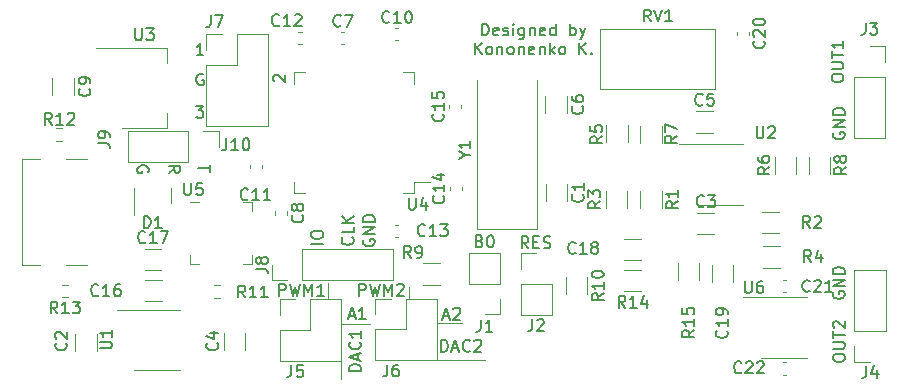
<source format=gbr>
G04 #@! TF.GenerationSoftware,KiCad,Pcbnew,(6.0.0)*
G04 #@! TF.CreationDate,2023-01-21T18:13:16+03:00*
G04 #@! TF.ProjectId,im_converter,696d5f63-6f6e-4766-9572-7465722e6b69,rev?*
G04 #@! TF.SameCoordinates,Original*
G04 #@! TF.FileFunction,Legend,Top*
G04 #@! TF.FilePolarity,Positive*
%FSLAX46Y46*%
G04 Gerber Fmt 4.6, Leading zero omitted, Abs format (unit mm)*
G04 Created by KiCad (PCBNEW (6.0.0)) date 2023-01-21 18:13:16*
%MOMM*%
%LPD*%
G01*
G04 APERTURE LIST*
%ADD10C,0.120000*%
%ADD11C,0.150000*%
G04 APERTURE END LIST*
D10*
X141860000Y-154090000D02*
X141860000Y-155670000D01*
X149990000Y-150910000D02*
X152130000Y-150910000D01*
X141875000Y-151050000D02*
X144350000Y-151050000D01*
X141870000Y-154100000D02*
X141860000Y-154090000D01*
X140770000Y-148920000D02*
X140770000Y-147530000D01*
X147660000Y-148860000D02*
X147660000Y-147880000D01*
X149990000Y-154060000D02*
X154070000Y-154060000D01*
D11*
X140352380Y-144203809D02*
X139352380Y-144203809D01*
X139352380Y-143537142D02*
X139352380Y-143346666D01*
X139400000Y-143251428D01*
X139495238Y-143156190D01*
X139685714Y-143108571D01*
X140019047Y-143108571D01*
X140209523Y-143156190D01*
X140304761Y-143251428D01*
X140352380Y-143346666D01*
X140352380Y-143537142D01*
X140304761Y-143632380D01*
X140209523Y-143727619D01*
X140019047Y-143775238D01*
X139685714Y-143775238D01*
X139495238Y-143727619D01*
X139400000Y-143632380D01*
X139352380Y-143537142D01*
X153605238Y-143988571D02*
X153748095Y-144036190D01*
X153795714Y-144083809D01*
X153843333Y-144179047D01*
X153843333Y-144321904D01*
X153795714Y-144417142D01*
X153748095Y-144464761D01*
X153652857Y-144512380D01*
X153271904Y-144512380D01*
X153271904Y-143512380D01*
X153605238Y-143512380D01*
X153700476Y-143560000D01*
X153748095Y-143607619D01*
X153795714Y-143702857D01*
X153795714Y-143798095D01*
X153748095Y-143893333D01*
X153700476Y-143940952D01*
X153605238Y-143988571D01*
X153271904Y-143988571D01*
X154462380Y-143512380D02*
X154557619Y-143512380D01*
X154652857Y-143560000D01*
X154700476Y-143607619D01*
X154748095Y-143702857D01*
X154795714Y-143893333D01*
X154795714Y-144131428D01*
X154748095Y-144321904D01*
X154700476Y-144417142D01*
X154652857Y-144464761D01*
X154557619Y-144512380D01*
X154462380Y-144512380D01*
X154367142Y-144464761D01*
X154319523Y-144417142D01*
X154271904Y-144321904D01*
X154224285Y-144131428D01*
X154224285Y-143893333D01*
X154271904Y-143702857D01*
X154319523Y-143607619D01*
X154367142Y-143560000D01*
X154462380Y-143512380D01*
X183402380Y-130266190D02*
X183402380Y-130075714D01*
X183450000Y-129980476D01*
X183545238Y-129885238D01*
X183735714Y-129837619D01*
X184069047Y-129837619D01*
X184259523Y-129885238D01*
X184354761Y-129980476D01*
X184402380Y-130075714D01*
X184402380Y-130266190D01*
X184354761Y-130361428D01*
X184259523Y-130456666D01*
X184069047Y-130504285D01*
X183735714Y-130504285D01*
X183545238Y-130456666D01*
X183450000Y-130361428D01*
X183402380Y-130266190D01*
X183402380Y-129409047D02*
X184211904Y-129409047D01*
X184307142Y-129361428D01*
X184354761Y-129313809D01*
X184402380Y-129218571D01*
X184402380Y-129028095D01*
X184354761Y-128932857D01*
X184307142Y-128885238D01*
X184211904Y-128837619D01*
X183402380Y-128837619D01*
X183402380Y-128504285D02*
X183402380Y-127932857D01*
X184402380Y-128218571D02*
X183402380Y-128218571D01*
X184402380Y-127075714D02*
X184402380Y-127647142D01*
X184402380Y-127361428D02*
X183402380Y-127361428D01*
X183545238Y-127456666D01*
X183640476Y-127551904D01*
X183688095Y-127647142D01*
X150353333Y-153352380D02*
X150353333Y-152352380D01*
X150591428Y-152352380D01*
X150734285Y-152400000D01*
X150829523Y-152495238D01*
X150877142Y-152590476D01*
X150924761Y-152780952D01*
X150924761Y-152923809D01*
X150877142Y-153114285D01*
X150829523Y-153209523D01*
X150734285Y-153304761D01*
X150591428Y-153352380D01*
X150353333Y-153352380D01*
X151305714Y-153066666D02*
X151781904Y-153066666D01*
X151210476Y-153352380D02*
X151543809Y-152352380D01*
X151877142Y-153352380D01*
X152781904Y-153257142D02*
X152734285Y-153304761D01*
X152591428Y-153352380D01*
X152496190Y-153352380D01*
X152353333Y-153304761D01*
X152258095Y-153209523D01*
X152210476Y-153114285D01*
X152162857Y-152923809D01*
X152162857Y-152780952D01*
X152210476Y-152590476D01*
X152258095Y-152495238D01*
X152353333Y-152400000D01*
X152496190Y-152352380D01*
X152591428Y-152352380D01*
X152734285Y-152400000D01*
X152781904Y-152447619D01*
X153162857Y-152447619D02*
X153210476Y-152400000D01*
X153305714Y-152352380D01*
X153543809Y-152352380D01*
X153639047Y-152400000D01*
X153686666Y-152447619D01*
X153734285Y-152542857D01*
X153734285Y-152638095D01*
X153686666Y-152780952D01*
X153115238Y-153352380D01*
X153734285Y-153352380D01*
X130201904Y-129860000D02*
X130106666Y-129812380D01*
X129963809Y-129812380D01*
X129820952Y-129860000D01*
X129725714Y-129955238D01*
X129678095Y-130050476D01*
X129630476Y-130240952D01*
X129630476Y-130383809D01*
X129678095Y-130574285D01*
X129725714Y-130669523D01*
X129820952Y-130764761D01*
X129963809Y-130812380D01*
X130059047Y-130812380D01*
X130201904Y-130764761D01*
X130249523Y-130717142D01*
X130249523Y-130383809D01*
X130059047Y-130383809D01*
X183550000Y-148301904D02*
X183502380Y-148397142D01*
X183502380Y-148540000D01*
X183550000Y-148682857D01*
X183645238Y-148778095D01*
X183740476Y-148825714D01*
X183930952Y-148873333D01*
X184073809Y-148873333D01*
X184264285Y-148825714D01*
X184359523Y-148778095D01*
X184454761Y-148682857D01*
X184502380Y-148540000D01*
X184502380Y-148444761D01*
X184454761Y-148301904D01*
X184407142Y-148254285D01*
X184073809Y-148254285D01*
X184073809Y-148444761D01*
X184502380Y-147825714D02*
X183502380Y-147825714D01*
X184502380Y-147254285D01*
X183502380Y-147254285D01*
X184502380Y-146778095D02*
X183502380Y-146778095D01*
X183502380Y-146540000D01*
X183550000Y-146397142D01*
X183645238Y-146301904D01*
X183740476Y-146254285D01*
X183930952Y-146206666D01*
X184073809Y-146206666D01*
X184264285Y-146254285D01*
X184359523Y-146301904D01*
X184454761Y-146397142D01*
X184502380Y-146540000D01*
X184502380Y-146778095D01*
X150525714Y-150366666D02*
X151001904Y-150366666D01*
X150430476Y-150652380D02*
X150763809Y-149652380D01*
X151097142Y-150652380D01*
X151382857Y-149747619D02*
X151430476Y-149700000D01*
X151525714Y-149652380D01*
X151763809Y-149652380D01*
X151859047Y-149700000D01*
X151906666Y-149747619D01*
X151954285Y-149842857D01*
X151954285Y-149938095D01*
X151906666Y-150080952D01*
X151335238Y-150652380D01*
X151954285Y-150652380D01*
X157730952Y-144602380D02*
X157397619Y-144126190D01*
X157159523Y-144602380D02*
X157159523Y-143602380D01*
X157540476Y-143602380D01*
X157635714Y-143650000D01*
X157683333Y-143697619D01*
X157730952Y-143792857D01*
X157730952Y-143935714D01*
X157683333Y-144030952D01*
X157635714Y-144078571D01*
X157540476Y-144126190D01*
X157159523Y-144126190D01*
X158159523Y-144078571D02*
X158492857Y-144078571D01*
X158635714Y-144602380D02*
X158159523Y-144602380D01*
X158159523Y-143602380D01*
X158635714Y-143602380D01*
X159016666Y-144554761D02*
X159159523Y-144602380D01*
X159397619Y-144602380D01*
X159492857Y-144554761D01*
X159540476Y-144507142D01*
X159588095Y-144411904D01*
X159588095Y-144316666D01*
X159540476Y-144221428D01*
X159492857Y-144173809D01*
X159397619Y-144126190D01*
X159207142Y-144078571D01*
X159111904Y-144030952D01*
X159064285Y-143983333D01*
X159016666Y-143888095D01*
X159016666Y-143792857D01*
X159064285Y-143697619D01*
X159111904Y-143650000D01*
X159207142Y-143602380D01*
X159445238Y-143602380D01*
X159588095Y-143650000D01*
X183560000Y-134801904D02*
X183512380Y-134897142D01*
X183512380Y-135040000D01*
X183560000Y-135182857D01*
X183655238Y-135278095D01*
X183750476Y-135325714D01*
X183940952Y-135373333D01*
X184083809Y-135373333D01*
X184274285Y-135325714D01*
X184369523Y-135278095D01*
X184464761Y-135182857D01*
X184512380Y-135040000D01*
X184512380Y-134944761D01*
X184464761Y-134801904D01*
X184417142Y-134754285D01*
X184083809Y-134754285D01*
X184083809Y-134944761D01*
X184512380Y-134325714D02*
X183512380Y-134325714D01*
X184512380Y-133754285D01*
X183512380Y-133754285D01*
X184512380Y-133278095D02*
X183512380Y-133278095D01*
X183512380Y-133040000D01*
X183560000Y-132897142D01*
X183655238Y-132801904D01*
X183750476Y-132754285D01*
X183940952Y-132706666D01*
X184083809Y-132706666D01*
X184274285Y-132754285D01*
X184369523Y-132801904D01*
X184464761Y-132897142D01*
X184512380Y-133040000D01*
X184512380Y-133278095D01*
X136207619Y-130465714D02*
X136160000Y-130418095D01*
X136112380Y-130322857D01*
X136112380Y-130084761D01*
X136160000Y-129989523D01*
X136207619Y-129941904D01*
X136302857Y-129894285D01*
X136398095Y-129894285D01*
X136540952Y-129941904D01*
X137112380Y-130513333D01*
X137112380Y-129894285D01*
X143770000Y-143871904D02*
X143722380Y-143967142D01*
X143722380Y-144110000D01*
X143770000Y-144252857D01*
X143865238Y-144348095D01*
X143960476Y-144395714D01*
X144150952Y-144443333D01*
X144293809Y-144443333D01*
X144484285Y-144395714D01*
X144579523Y-144348095D01*
X144674761Y-144252857D01*
X144722380Y-144110000D01*
X144722380Y-144014761D01*
X144674761Y-143871904D01*
X144627142Y-143824285D01*
X144293809Y-143824285D01*
X144293809Y-144014761D01*
X144722380Y-143395714D02*
X143722380Y-143395714D01*
X144722380Y-142824285D01*
X143722380Y-142824285D01*
X144722380Y-142348095D02*
X143722380Y-142348095D01*
X143722380Y-142110000D01*
X143770000Y-141967142D01*
X143865238Y-141871904D01*
X143960476Y-141824285D01*
X144150952Y-141776666D01*
X144293809Y-141776666D01*
X144484285Y-141824285D01*
X144579523Y-141871904D01*
X144674761Y-141967142D01*
X144722380Y-142110000D01*
X144722380Y-142348095D01*
X183532380Y-153956190D02*
X183532380Y-153765714D01*
X183580000Y-153670476D01*
X183675238Y-153575238D01*
X183865714Y-153527619D01*
X184199047Y-153527619D01*
X184389523Y-153575238D01*
X184484761Y-153670476D01*
X184532380Y-153765714D01*
X184532380Y-153956190D01*
X184484761Y-154051428D01*
X184389523Y-154146666D01*
X184199047Y-154194285D01*
X183865714Y-154194285D01*
X183675238Y-154146666D01*
X183580000Y-154051428D01*
X183532380Y-153956190D01*
X183532380Y-153099047D02*
X184341904Y-153099047D01*
X184437142Y-153051428D01*
X184484761Y-153003809D01*
X184532380Y-152908571D01*
X184532380Y-152718095D01*
X184484761Y-152622857D01*
X184437142Y-152575238D01*
X184341904Y-152527619D01*
X183532380Y-152527619D01*
X183532380Y-152194285D02*
X183532380Y-151622857D01*
X184532380Y-151908571D02*
X183532380Y-151908571D01*
X183627619Y-151337142D02*
X183580000Y-151289523D01*
X183532380Y-151194285D01*
X183532380Y-150956190D01*
X183580000Y-150860952D01*
X183627619Y-150813333D01*
X183722857Y-150765714D01*
X183818095Y-150765714D01*
X183960952Y-150813333D01*
X184532380Y-151384761D01*
X184532380Y-150765714D01*
X129596666Y-132542380D02*
X130215714Y-132542380D01*
X129882380Y-132923333D01*
X130025238Y-132923333D01*
X130120476Y-132970952D01*
X130168095Y-133018571D01*
X130215714Y-133113809D01*
X130215714Y-133351904D01*
X130168095Y-133447142D01*
X130120476Y-133494761D01*
X130025238Y-133542380D01*
X129739523Y-133542380D01*
X129644285Y-133494761D01*
X129596666Y-133447142D01*
X125560000Y-138161904D02*
X125607619Y-138066666D01*
X125607619Y-137923809D01*
X125560000Y-137780952D01*
X125464761Y-137685714D01*
X125369523Y-137638095D01*
X125179047Y-137590476D01*
X125036190Y-137590476D01*
X124845714Y-137638095D01*
X124750476Y-137685714D01*
X124655238Y-137780952D01*
X124607619Y-137923809D01*
X124607619Y-138019047D01*
X124655238Y-138161904D01*
X124702857Y-138209523D01*
X125036190Y-138209523D01*
X125036190Y-138019047D01*
X143562380Y-154976666D02*
X142562380Y-154976666D01*
X142562380Y-154738571D01*
X142610000Y-154595714D01*
X142705238Y-154500476D01*
X142800476Y-154452857D01*
X142990952Y-154405238D01*
X143133809Y-154405238D01*
X143324285Y-154452857D01*
X143419523Y-154500476D01*
X143514761Y-154595714D01*
X143562380Y-154738571D01*
X143562380Y-154976666D01*
X143276666Y-154024285D02*
X143276666Y-153548095D01*
X143562380Y-154119523D02*
X142562380Y-153786190D01*
X143562380Y-153452857D01*
X143467142Y-152548095D02*
X143514761Y-152595714D01*
X143562380Y-152738571D01*
X143562380Y-152833809D01*
X143514761Y-152976666D01*
X143419523Y-153071904D01*
X143324285Y-153119523D01*
X143133809Y-153167142D01*
X142990952Y-153167142D01*
X142800476Y-153119523D01*
X142705238Y-153071904D01*
X142610000Y-152976666D01*
X142562380Y-152833809D01*
X142562380Y-152738571D01*
X142610000Y-152595714D01*
X142657619Y-152548095D01*
X143562380Y-151595714D02*
X143562380Y-152167142D01*
X143562380Y-151881428D02*
X142562380Y-151881428D01*
X142705238Y-151976666D01*
X142800476Y-152071904D01*
X142848095Y-152167142D01*
X136629047Y-148612380D02*
X136629047Y-147612380D01*
X137010000Y-147612380D01*
X137105238Y-147660000D01*
X137152857Y-147707619D01*
X137200476Y-147802857D01*
X137200476Y-147945714D01*
X137152857Y-148040952D01*
X137105238Y-148088571D01*
X137010000Y-148136190D01*
X136629047Y-148136190D01*
X137533809Y-147612380D02*
X137771904Y-148612380D01*
X137962380Y-147898095D01*
X138152857Y-148612380D01*
X138390952Y-147612380D01*
X138771904Y-148612380D02*
X138771904Y-147612380D01*
X139105238Y-148326666D01*
X139438571Y-147612380D01*
X139438571Y-148612380D01*
X140438571Y-148612380D02*
X139867142Y-148612380D01*
X140152857Y-148612380D02*
X140152857Y-147612380D01*
X140057619Y-147755238D01*
X139962380Y-147850476D01*
X139867142Y-147898095D01*
X127267619Y-138189523D02*
X127743809Y-137856190D01*
X127267619Y-137618095D02*
X128267619Y-137618095D01*
X128267619Y-137999047D01*
X128220000Y-138094285D01*
X128172380Y-138141904D01*
X128077142Y-138189523D01*
X127934285Y-138189523D01*
X127839047Y-138141904D01*
X127791428Y-138094285D01*
X127743809Y-137999047D01*
X127743809Y-137618095D01*
X142535714Y-150306666D02*
X143011904Y-150306666D01*
X142440476Y-150592380D02*
X142773809Y-149592380D01*
X143107142Y-150592380D01*
X143964285Y-150592380D02*
X143392857Y-150592380D01*
X143678571Y-150592380D02*
X143678571Y-149592380D01*
X143583333Y-149735238D01*
X143488095Y-149830476D01*
X143392857Y-149878095D01*
X130747619Y-137544285D02*
X130747619Y-138115714D01*
X129747619Y-137830000D02*
X130747619Y-137830000D01*
X130225714Y-128232380D02*
X129654285Y-128232380D01*
X129940000Y-128232380D02*
X129940000Y-127232380D01*
X129844761Y-127375238D01*
X129749523Y-127470476D01*
X129654285Y-127518095D01*
X153796666Y-126577380D02*
X153796666Y-125577380D01*
X154034761Y-125577380D01*
X154177619Y-125625000D01*
X154272857Y-125720238D01*
X154320476Y-125815476D01*
X154368095Y-126005952D01*
X154368095Y-126148809D01*
X154320476Y-126339285D01*
X154272857Y-126434523D01*
X154177619Y-126529761D01*
X154034761Y-126577380D01*
X153796666Y-126577380D01*
X155177619Y-126529761D02*
X155082380Y-126577380D01*
X154891904Y-126577380D01*
X154796666Y-126529761D01*
X154749047Y-126434523D01*
X154749047Y-126053571D01*
X154796666Y-125958333D01*
X154891904Y-125910714D01*
X155082380Y-125910714D01*
X155177619Y-125958333D01*
X155225238Y-126053571D01*
X155225238Y-126148809D01*
X154749047Y-126244047D01*
X155606190Y-126529761D02*
X155701428Y-126577380D01*
X155891904Y-126577380D01*
X155987142Y-126529761D01*
X156034761Y-126434523D01*
X156034761Y-126386904D01*
X155987142Y-126291666D01*
X155891904Y-126244047D01*
X155749047Y-126244047D01*
X155653809Y-126196428D01*
X155606190Y-126101190D01*
X155606190Y-126053571D01*
X155653809Y-125958333D01*
X155749047Y-125910714D01*
X155891904Y-125910714D01*
X155987142Y-125958333D01*
X156463333Y-126577380D02*
X156463333Y-125910714D01*
X156463333Y-125577380D02*
X156415714Y-125625000D01*
X156463333Y-125672619D01*
X156510952Y-125625000D01*
X156463333Y-125577380D01*
X156463333Y-125672619D01*
X157368095Y-125910714D02*
X157368095Y-126720238D01*
X157320476Y-126815476D01*
X157272857Y-126863095D01*
X157177619Y-126910714D01*
X157034761Y-126910714D01*
X156939523Y-126863095D01*
X157368095Y-126529761D02*
X157272857Y-126577380D01*
X157082380Y-126577380D01*
X156987142Y-126529761D01*
X156939523Y-126482142D01*
X156891904Y-126386904D01*
X156891904Y-126101190D01*
X156939523Y-126005952D01*
X156987142Y-125958333D01*
X157082380Y-125910714D01*
X157272857Y-125910714D01*
X157368095Y-125958333D01*
X157844285Y-125910714D02*
X157844285Y-126577380D01*
X157844285Y-126005952D02*
X157891904Y-125958333D01*
X157987142Y-125910714D01*
X158130000Y-125910714D01*
X158225238Y-125958333D01*
X158272857Y-126053571D01*
X158272857Y-126577380D01*
X159130000Y-126529761D02*
X159034761Y-126577380D01*
X158844285Y-126577380D01*
X158749047Y-126529761D01*
X158701428Y-126434523D01*
X158701428Y-126053571D01*
X158749047Y-125958333D01*
X158844285Y-125910714D01*
X159034761Y-125910714D01*
X159130000Y-125958333D01*
X159177619Y-126053571D01*
X159177619Y-126148809D01*
X158701428Y-126244047D01*
X160034761Y-126577380D02*
X160034761Y-125577380D01*
X160034761Y-126529761D02*
X159939523Y-126577380D01*
X159749047Y-126577380D01*
X159653809Y-126529761D01*
X159606190Y-126482142D01*
X159558571Y-126386904D01*
X159558571Y-126101190D01*
X159606190Y-126005952D01*
X159653809Y-125958333D01*
X159749047Y-125910714D01*
X159939523Y-125910714D01*
X160034761Y-125958333D01*
X161272857Y-126577380D02*
X161272857Y-125577380D01*
X161272857Y-125958333D02*
X161368095Y-125910714D01*
X161558571Y-125910714D01*
X161653809Y-125958333D01*
X161701428Y-126005952D01*
X161749047Y-126101190D01*
X161749047Y-126386904D01*
X161701428Y-126482142D01*
X161653809Y-126529761D01*
X161558571Y-126577380D01*
X161368095Y-126577380D01*
X161272857Y-126529761D01*
X162082380Y-125910714D02*
X162320476Y-126577380D01*
X162558571Y-125910714D02*
X162320476Y-126577380D01*
X162225238Y-126815476D01*
X162177619Y-126863095D01*
X162082380Y-126910714D01*
X153201428Y-128187380D02*
X153201428Y-127187380D01*
X153772857Y-128187380D02*
X153344285Y-127615952D01*
X153772857Y-127187380D02*
X153201428Y-127758809D01*
X154344285Y-128187380D02*
X154249047Y-128139761D01*
X154201428Y-128092142D01*
X154153809Y-127996904D01*
X154153809Y-127711190D01*
X154201428Y-127615952D01*
X154249047Y-127568333D01*
X154344285Y-127520714D01*
X154487142Y-127520714D01*
X154582380Y-127568333D01*
X154630000Y-127615952D01*
X154677619Y-127711190D01*
X154677619Y-127996904D01*
X154630000Y-128092142D01*
X154582380Y-128139761D01*
X154487142Y-128187380D01*
X154344285Y-128187380D01*
X155106190Y-127520714D02*
X155106190Y-128187380D01*
X155106190Y-127615952D02*
X155153809Y-127568333D01*
X155249047Y-127520714D01*
X155391904Y-127520714D01*
X155487142Y-127568333D01*
X155534761Y-127663571D01*
X155534761Y-128187380D01*
X156153809Y-128187380D02*
X156058571Y-128139761D01*
X156010952Y-128092142D01*
X155963333Y-127996904D01*
X155963333Y-127711190D01*
X156010952Y-127615952D01*
X156058571Y-127568333D01*
X156153809Y-127520714D01*
X156296666Y-127520714D01*
X156391904Y-127568333D01*
X156439523Y-127615952D01*
X156487142Y-127711190D01*
X156487142Y-127996904D01*
X156439523Y-128092142D01*
X156391904Y-128139761D01*
X156296666Y-128187380D01*
X156153809Y-128187380D01*
X156915714Y-127520714D02*
X156915714Y-128187380D01*
X156915714Y-127615952D02*
X156963333Y-127568333D01*
X157058571Y-127520714D01*
X157201428Y-127520714D01*
X157296666Y-127568333D01*
X157344285Y-127663571D01*
X157344285Y-128187380D01*
X158201428Y-128139761D02*
X158106190Y-128187380D01*
X157915714Y-128187380D01*
X157820476Y-128139761D01*
X157772857Y-128044523D01*
X157772857Y-127663571D01*
X157820476Y-127568333D01*
X157915714Y-127520714D01*
X158106190Y-127520714D01*
X158201428Y-127568333D01*
X158249047Y-127663571D01*
X158249047Y-127758809D01*
X157772857Y-127854047D01*
X158677619Y-127520714D02*
X158677619Y-128187380D01*
X158677619Y-127615952D02*
X158725238Y-127568333D01*
X158820476Y-127520714D01*
X158963333Y-127520714D01*
X159058571Y-127568333D01*
X159106190Y-127663571D01*
X159106190Y-128187380D01*
X159582380Y-128187380D02*
X159582380Y-127187380D01*
X159677619Y-127806428D02*
X159963333Y-128187380D01*
X159963333Y-127520714D02*
X159582380Y-127901666D01*
X160534761Y-128187380D02*
X160439523Y-128139761D01*
X160391904Y-128092142D01*
X160344285Y-127996904D01*
X160344285Y-127711190D01*
X160391904Y-127615952D01*
X160439523Y-127568333D01*
X160534761Y-127520714D01*
X160677619Y-127520714D01*
X160772857Y-127568333D01*
X160820476Y-127615952D01*
X160868095Y-127711190D01*
X160868095Y-127996904D01*
X160820476Y-128092142D01*
X160772857Y-128139761D01*
X160677619Y-128187380D01*
X160534761Y-128187380D01*
X162058571Y-128187380D02*
X162058571Y-127187380D01*
X162630000Y-128187380D02*
X162201428Y-127615952D01*
X162630000Y-127187380D02*
X162058571Y-127758809D01*
X163058571Y-128092142D02*
X163106190Y-128139761D01*
X163058571Y-128187380D01*
X163010952Y-128139761D01*
X163058571Y-128092142D01*
X163058571Y-128187380D01*
X142837142Y-143685238D02*
X142884761Y-143732857D01*
X142932380Y-143875714D01*
X142932380Y-143970952D01*
X142884761Y-144113809D01*
X142789523Y-144209047D01*
X142694285Y-144256666D01*
X142503809Y-144304285D01*
X142360952Y-144304285D01*
X142170476Y-144256666D01*
X142075238Y-144209047D01*
X141980000Y-144113809D01*
X141932380Y-143970952D01*
X141932380Y-143875714D01*
X141980000Y-143732857D01*
X142027619Y-143685238D01*
X142932380Y-142780476D02*
X142932380Y-143256666D01*
X141932380Y-143256666D01*
X142932380Y-142447142D02*
X141932380Y-142447142D01*
X142932380Y-141875714D02*
X142360952Y-142304285D01*
X141932380Y-141875714D02*
X142503809Y-142447142D01*
X143399047Y-148612380D02*
X143399047Y-147612380D01*
X143780000Y-147612380D01*
X143875238Y-147660000D01*
X143922857Y-147707619D01*
X143970476Y-147802857D01*
X143970476Y-147945714D01*
X143922857Y-148040952D01*
X143875238Y-148088571D01*
X143780000Y-148136190D01*
X143399047Y-148136190D01*
X144303809Y-147612380D02*
X144541904Y-148612380D01*
X144732380Y-147898095D01*
X144922857Y-148612380D01*
X145160952Y-147612380D01*
X145541904Y-148612380D02*
X145541904Y-147612380D01*
X145875238Y-148326666D01*
X146208571Y-147612380D01*
X146208571Y-148612380D01*
X146637142Y-147707619D02*
X146684761Y-147660000D01*
X146780000Y-147612380D01*
X147018095Y-147612380D01*
X147113333Y-147660000D01*
X147160952Y-147707619D01*
X147208571Y-147802857D01*
X147208571Y-147898095D01*
X147160952Y-148040952D01*
X146589523Y-148612380D01*
X147208571Y-148612380D01*
X132160476Y-135302380D02*
X132160476Y-136016666D01*
X132112857Y-136159523D01*
X132017619Y-136254761D01*
X131874761Y-136302380D01*
X131779523Y-136302380D01*
X133160476Y-136302380D02*
X132589047Y-136302380D01*
X132874761Y-136302380D02*
X132874761Y-135302380D01*
X132779523Y-135445238D01*
X132684285Y-135540476D01*
X132589047Y-135588095D01*
X133779523Y-135302380D02*
X133874761Y-135302380D01*
X133970000Y-135350000D01*
X134017619Y-135397619D01*
X134065238Y-135492857D01*
X134112857Y-135683333D01*
X134112857Y-135921428D01*
X134065238Y-136111904D01*
X134017619Y-136207142D01*
X133970000Y-136254761D01*
X133874761Y-136302380D01*
X133779523Y-136302380D01*
X133684285Y-136254761D01*
X133636666Y-136207142D01*
X133589047Y-136111904D01*
X133541428Y-135921428D01*
X133541428Y-135683333D01*
X133589047Y-135492857D01*
X133636666Y-135397619D01*
X133684285Y-135350000D01*
X133779523Y-135302380D01*
X162317142Y-140046666D02*
X162364761Y-140094285D01*
X162412380Y-140237142D01*
X162412380Y-140332380D01*
X162364761Y-140475238D01*
X162269523Y-140570476D01*
X162174285Y-140618095D01*
X161983809Y-140665714D01*
X161840952Y-140665714D01*
X161650476Y-140618095D01*
X161555238Y-140570476D01*
X161460000Y-140475238D01*
X161412380Y-140332380D01*
X161412380Y-140237142D01*
X161460000Y-140094285D01*
X161507619Y-140046666D01*
X162412380Y-139094285D02*
X162412380Y-139665714D01*
X162412380Y-139380000D02*
X161412380Y-139380000D01*
X161555238Y-139475238D01*
X161650476Y-139570476D01*
X161698095Y-139665714D01*
X118557142Y-152626666D02*
X118604761Y-152674285D01*
X118652380Y-152817142D01*
X118652380Y-152912380D01*
X118604761Y-153055238D01*
X118509523Y-153150476D01*
X118414285Y-153198095D01*
X118223809Y-153245714D01*
X118080952Y-153245714D01*
X117890476Y-153198095D01*
X117795238Y-153150476D01*
X117700000Y-153055238D01*
X117652380Y-152912380D01*
X117652380Y-152817142D01*
X117700000Y-152674285D01*
X117747619Y-152626666D01*
X117747619Y-152245714D02*
X117700000Y-152198095D01*
X117652380Y-152102857D01*
X117652380Y-151864761D01*
X117700000Y-151769523D01*
X117747619Y-151721904D01*
X117842857Y-151674285D01*
X117938095Y-151674285D01*
X118080952Y-151721904D01*
X118652380Y-152293333D01*
X118652380Y-151674285D01*
X172593333Y-141027142D02*
X172545714Y-141074761D01*
X172402857Y-141122380D01*
X172307619Y-141122380D01*
X172164761Y-141074761D01*
X172069523Y-140979523D01*
X172021904Y-140884285D01*
X171974285Y-140693809D01*
X171974285Y-140550952D01*
X172021904Y-140360476D01*
X172069523Y-140265238D01*
X172164761Y-140170000D01*
X172307619Y-140122380D01*
X172402857Y-140122380D01*
X172545714Y-140170000D01*
X172593333Y-140217619D01*
X172926666Y-140122380D02*
X173545714Y-140122380D01*
X173212380Y-140503333D01*
X173355238Y-140503333D01*
X173450476Y-140550952D01*
X173498095Y-140598571D01*
X173545714Y-140693809D01*
X173545714Y-140931904D01*
X173498095Y-141027142D01*
X173450476Y-141074761D01*
X173355238Y-141122380D01*
X173069523Y-141122380D01*
X172974285Y-141074761D01*
X172926666Y-141027142D01*
X131377142Y-152636666D02*
X131424761Y-152684285D01*
X131472380Y-152827142D01*
X131472380Y-152922380D01*
X131424761Y-153065238D01*
X131329523Y-153160476D01*
X131234285Y-153208095D01*
X131043809Y-153255714D01*
X130900952Y-153255714D01*
X130710476Y-153208095D01*
X130615238Y-153160476D01*
X130520000Y-153065238D01*
X130472380Y-152922380D01*
X130472380Y-152827142D01*
X130520000Y-152684285D01*
X130567619Y-152636666D01*
X130805714Y-151779523D02*
X131472380Y-151779523D01*
X130424761Y-152017619D02*
X131139047Y-152255714D01*
X131139047Y-151636666D01*
X172490833Y-132427142D02*
X172443214Y-132474761D01*
X172300357Y-132522380D01*
X172205119Y-132522380D01*
X172062261Y-132474761D01*
X171967023Y-132379523D01*
X171919404Y-132284285D01*
X171871785Y-132093809D01*
X171871785Y-131950952D01*
X171919404Y-131760476D01*
X171967023Y-131665238D01*
X172062261Y-131570000D01*
X172205119Y-131522380D01*
X172300357Y-131522380D01*
X172443214Y-131570000D01*
X172490833Y-131617619D01*
X173395595Y-131522380D02*
X172919404Y-131522380D01*
X172871785Y-131998571D01*
X172919404Y-131950952D01*
X173014642Y-131903333D01*
X173252738Y-131903333D01*
X173347976Y-131950952D01*
X173395595Y-131998571D01*
X173443214Y-132093809D01*
X173443214Y-132331904D01*
X173395595Y-132427142D01*
X173347976Y-132474761D01*
X173252738Y-132522380D01*
X173014642Y-132522380D01*
X172919404Y-132474761D01*
X172871785Y-132427142D01*
X162297142Y-132586666D02*
X162344761Y-132634285D01*
X162392380Y-132777142D01*
X162392380Y-132872380D01*
X162344761Y-133015238D01*
X162249523Y-133110476D01*
X162154285Y-133158095D01*
X161963809Y-133205714D01*
X161820952Y-133205714D01*
X161630476Y-133158095D01*
X161535238Y-133110476D01*
X161440000Y-133015238D01*
X161392380Y-132872380D01*
X161392380Y-132777142D01*
X161440000Y-132634285D01*
X161487619Y-132586666D01*
X161392380Y-131729523D02*
X161392380Y-131920000D01*
X161440000Y-132015238D01*
X161487619Y-132062857D01*
X161630476Y-132158095D01*
X161820952Y-132205714D01*
X162201904Y-132205714D01*
X162297142Y-132158095D01*
X162344761Y-132110476D01*
X162392380Y-132015238D01*
X162392380Y-131824761D01*
X162344761Y-131729523D01*
X162297142Y-131681904D01*
X162201904Y-131634285D01*
X161963809Y-131634285D01*
X161868571Y-131681904D01*
X161820952Y-131729523D01*
X161773333Y-131824761D01*
X161773333Y-132015238D01*
X161820952Y-132110476D01*
X161868571Y-132158095D01*
X161963809Y-132205714D01*
X120557142Y-131076666D02*
X120604761Y-131124285D01*
X120652380Y-131267142D01*
X120652380Y-131362380D01*
X120604761Y-131505238D01*
X120509523Y-131600476D01*
X120414285Y-131648095D01*
X120223809Y-131695714D01*
X120080952Y-131695714D01*
X119890476Y-131648095D01*
X119795238Y-131600476D01*
X119700000Y-131505238D01*
X119652380Y-131362380D01*
X119652380Y-131267142D01*
X119700000Y-131124285D01*
X119747619Y-131076666D01*
X120652380Y-130600476D02*
X120652380Y-130410000D01*
X120604761Y-130314761D01*
X120557142Y-130267142D01*
X120414285Y-130171904D01*
X120223809Y-130124285D01*
X119842857Y-130124285D01*
X119747619Y-130171904D01*
X119700000Y-130219523D01*
X119652380Y-130314761D01*
X119652380Y-130505238D01*
X119700000Y-130600476D01*
X119747619Y-130648095D01*
X119842857Y-130695714D01*
X120080952Y-130695714D01*
X120176190Y-130648095D01*
X120223809Y-130600476D01*
X120271428Y-130505238D01*
X120271428Y-130314761D01*
X120223809Y-130219523D01*
X120176190Y-130171904D01*
X120080952Y-130124285D01*
X121317142Y-148557142D02*
X121269523Y-148604761D01*
X121126666Y-148652380D01*
X121031428Y-148652380D01*
X120888571Y-148604761D01*
X120793333Y-148509523D01*
X120745714Y-148414285D01*
X120698095Y-148223809D01*
X120698095Y-148080952D01*
X120745714Y-147890476D01*
X120793333Y-147795238D01*
X120888571Y-147700000D01*
X121031428Y-147652380D01*
X121126666Y-147652380D01*
X121269523Y-147700000D01*
X121317142Y-147747619D01*
X122269523Y-148652380D02*
X121698095Y-148652380D01*
X121983809Y-148652380D02*
X121983809Y-147652380D01*
X121888571Y-147795238D01*
X121793333Y-147890476D01*
X121698095Y-147938095D01*
X123126666Y-147652380D02*
X122936190Y-147652380D01*
X122840952Y-147700000D01*
X122793333Y-147747619D01*
X122698095Y-147890476D01*
X122650476Y-148080952D01*
X122650476Y-148461904D01*
X122698095Y-148557142D01*
X122745714Y-148604761D01*
X122840952Y-148652380D01*
X123031428Y-148652380D01*
X123126666Y-148604761D01*
X123174285Y-148557142D01*
X123221904Y-148461904D01*
X123221904Y-148223809D01*
X123174285Y-148128571D01*
X123126666Y-148080952D01*
X123031428Y-148033333D01*
X122840952Y-148033333D01*
X122745714Y-148080952D01*
X122698095Y-148128571D01*
X122650476Y-148223809D01*
X125309642Y-144067142D02*
X125262023Y-144114761D01*
X125119166Y-144162380D01*
X125023928Y-144162380D01*
X124881071Y-144114761D01*
X124785833Y-144019523D01*
X124738214Y-143924285D01*
X124690595Y-143733809D01*
X124690595Y-143590952D01*
X124738214Y-143400476D01*
X124785833Y-143305238D01*
X124881071Y-143210000D01*
X125023928Y-143162380D01*
X125119166Y-143162380D01*
X125262023Y-143210000D01*
X125309642Y-143257619D01*
X126262023Y-144162380D02*
X125690595Y-144162380D01*
X125976309Y-144162380D02*
X125976309Y-143162380D01*
X125881071Y-143305238D01*
X125785833Y-143400476D01*
X125690595Y-143448095D01*
X126595357Y-143162380D02*
X127262023Y-143162380D01*
X126833452Y-144162380D01*
X161727142Y-144977142D02*
X161679523Y-145024761D01*
X161536666Y-145072380D01*
X161441428Y-145072380D01*
X161298571Y-145024761D01*
X161203333Y-144929523D01*
X161155714Y-144834285D01*
X161108095Y-144643809D01*
X161108095Y-144500952D01*
X161155714Y-144310476D01*
X161203333Y-144215238D01*
X161298571Y-144120000D01*
X161441428Y-144072380D01*
X161536666Y-144072380D01*
X161679523Y-144120000D01*
X161727142Y-144167619D01*
X162679523Y-145072380D02*
X162108095Y-145072380D01*
X162393809Y-145072380D02*
X162393809Y-144072380D01*
X162298571Y-144215238D01*
X162203333Y-144310476D01*
X162108095Y-144358095D01*
X163250952Y-144500952D02*
X163155714Y-144453333D01*
X163108095Y-144405714D01*
X163060476Y-144310476D01*
X163060476Y-144262857D01*
X163108095Y-144167619D01*
X163155714Y-144120000D01*
X163250952Y-144072380D01*
X163441428Y-144072380D01*
X163536666Y-144120000D01*
X163584285Y-144167619D01*
X163631904Y-144262857D01*
X163631904Y-144310476D01*
X163584285Y-144405714D01*
X163536666Y-144453333D01*
X163441428Y-144500952D01*
X163250952Y-144500952D01*
X163155714Y-144548571D01*
X163108095Y-144596190D01*
X163060476Y-144691428D01*
X163060476Y-144881904D01*
X163108095Y-144977142D01*
X163155714Y-145024761D01*
X163250952Y-145072380D01*
X163441428Y-145072380D01*
X163536666Y-145024761D01*
X163584285Y-144977142D01*
X163631904Y-144881904D01*
X163631904Y-144691428D01*
X163584285Y-144596190D01*
X163536666Y-144548571D01*
X163441428Y-144500952D01*
X174517142Y-151582857D02*
X174564761Y-151630476D01*
X174612380Y-151773333D01*
X174612380Y-151868571D01*
X174564761Y-152011428D01*
X174469523Y-152106666D01*
X174374285Y-152154285D01*
X174183809Y-152201904D01*
X174040952Y-152201904D01*
X173850476Y-152154285D01*
X173755238Y-152106666D01*
X173660000Y-152011428D01*
X173612380Y-151868571D01*
X173612380Y-151773333D01*
X173660000Y-151630476D01*
X173707619Y-151582857D01*
X174612380Y-150630476D02*
X174612380Y-151201904D01*
X174612380Y-150916190D02*
X173612380Y-150916190D01*
X173755238Y-151011428D01*
X173850476Y-151106666D01*
X173898095Y-151201904D01*
X174612380Y-150154285D02*
X174612380Y-149963809D01*
X174564761Y-149868571D01*
X174517142Y-149820952D01*
X174374285Y-149725714D01*
X174183809Y-149678095D01*
X173802857Y-149678095D01*
X173707619Y-149725714D01*
X173660000Y-149773333D01*
X173612380Y-149868571D01*
X173612380Y-150059047D01*
X173660000Y-150154285D01*
X173707619Y-150201904D01*
X173802857Y-150249523D01*
X174040952Y-150249523D01*
X174136190Y-150201904D01*
X174183809Y-150154285D01*
X174231428Y-150059047D01*
X174231428Y-149868571D01*
X174183809Y-149773333D01*
X174136190Y-149725714D01*
X174040952Y-149678095D01*
X125171904Y-142892380D02*
X125171904Y-141892380D01*
X125410000Y-141892380D01*
X125552857Y-141940000D01*
X125648095Y-142035238D01*
X125695714Y-142130476D01*
X125743333Y-142320952D01*
X125743333Y-142463809D01*
X125695714Y-142654285D01*
X125648095Y-142749523D01*
X125552857Y-142844761D01*
X125410000Y-142892380D01*
X125171904Y-142892380D01*
X126695714Y-142892380D02*
X126124285Y-142892380D01*
X126410000Y-142892380D02*
X126410000Y-141892380D01*
X126314761Y-142035238D01*
X126219523Y-142130476D01*
X126124285Y-142178095D01*
X153686666Y-150652380D02*
X153686666Y-151366666D01*
X153639047Y-151509523D01*
X153543809Y-151604761D01*
X153400952Y-151652380D01*
X153305714Y-151652380D01*
X154686666Y-151652380D02*
X154115238Y-151652380D01*
X154400952Y-151652380D02*
X154400952Y-150652380D01*
X154305714Y-150795238D01*
X154210476Y-150890476D01*
X154115238Y-150938095D01*
X158046666Y-150612380D02*
X158046666Y-151326666D01*
X157999047Y-151469523D01*
X157903809Y-151564761D01*
X157760952Y-151612380D01*
X157665714Y-151612380D01*
X158475238Y-150707619D02*
X158522857Y-150660000D01*
X158618095Y-150612380D01*
X158856190Y-150612380D01*
X158951428Y-150660000D01*
X158999047Y-150707619D01*
X159046666Y-150802857D01*
X159046666Y-150898095D01*
X158999047Y-151040952D01*
X158427619Y-151612380D01*
X159046666Y-151612380D01*
X186286666Y-125502380D02*
X186286666Y-126216666D01*
X186239047Y-126359523D01*
X186143809Y-126454761D01*
X186000952Y-126502380D01*
X185905714Y-126502380D01*
X186667619Y-125502380D02*
X187286666Y-125502380D01*
X186953333Y-125883333D01*
X187096190Y-125883333D01*
X187191428Y-125930952D01*
X187239047Y-125978571D01*
X187286666Y-126073809D01*
X187286666Y-126311904D01*
X187239047Y-126407142D01*
X187191428Y-126454761D01*
X187096190Y-126502380D01*
X186810476Y-126502380D01*
X186715238Y-126454761D01*
X186667619Y-126407142D01*
X186346666Y-154562380D02*
X186346666Y-155276666D01*
X186299047Y-155419523D01*
X186203809Y-155514761D01*
X186060952Y-155562380D01*
X185965714Y-155562380D01*
X187251428Y-154895714D02*
X187251428Y-155562380D01*
X187013333Y-154514761D02*
X186775238Y-155229047D01*
X187394285Y-155229047D01*
X137676666Y-154492380D02*
X137676666Y-155206666D01*
X137629047Y-155349523D01*
X137533809Y-155444761D01*
X137390952Y-155492380D01*
X137295714Y-155492380D01*
X138629047Y-154492380D02*
X138152857Y-154492380D01*
X138105238Y-154968571D01*
X138152857Y-154920952D01*
X138248095Y-154873333D01*
X138486190Y-154873333D01*
X138581428Y-154920952D01*
X138629047Y-154968571D01*
X138676666Y-155063809D01*
X138676666Y-155301904D01*
X138629047Y-155397142D01*
X138581428Y-155444761D01*
X138486190Y-155492380D01*
X138248095Y-155492380D01*
X138152857Y-155444761D01*
X138105238Y-155397142D01*
X145786666Y-154452380D02*
X145786666Y-155166666D01*
X145739047Y-155309523D01*
X145643809Y-155404761D01*
X145500952Y-155452380D01*
X145405714Y-155452380D01*
X146691428Y-154452380D02*
X146500952Y-154452380D01*
X146405714Y-154500000D01*
X146358095Y-154547619D01*
X146262857Y-154690476D01*
X146215238Y-154880952D01*
X146215238Y-155261904D01*
X146262857Y-155357142D01*
X146310476Y-155404761D01*
X146405714Y-155452380D01*
X146596190Y-155452380D01*
X146691428Y-155404761D01*
X146739047Y-155357142D01*
X146786666Y-155261904D01*
X146786666Y-155023809D01*
X146739047Y-154928571D01*
X146691428Y-154880952D01*
X146596190Y-154833333D01*
X146405714Y-154833333D01*
X146310476Y-154880952D01*
X146262857Y-154928571D01*
X146215238Y-155023809D01*
X130836666Y-124872380D02*
X130836666Y-125586666D01*
X130789047Y-125729523D01*
X130693809Y-125824761D01*
X130550952Y-125872380D01*
X130455714Y-125872380D01*
X131217619Y-124872380D02*
X131884285Y-124872380D01*
X131455714Y-125872380D01*
X134672380Y-146343333D02*
X135386666Y-146343333D01*
X135529523Y-146390952D01*
X135624761Y-146486190D01*
X135672380Y-146629047D01*
X135672380Y-146724285D01*
X135100952Y-145724285D02*
X135053333Y-145819523D01*
X135005714Y-145867142D01*
X134910476Y-145914761D01*
X134862857Y-145914761D01*
X134767619Y-145867142D01*
X134720000Y-145819523D01*
X134672380Y-145724285D01*
X134672380Y-145533809D01*
X134720000Y-145438571D01*
X134767619Y-145390952D01*
X134862857Y-145343333D01*
X134910476Y-145343333D01*
X135005714Y-145390952D01*
X135053333Y-145438571D01*
X135100952Y-145533809D01*
X135100952Y-145724285D01*
X135148571Y-145819523D01*
X135196190Y-145867142D01*
X135291428Y-145914761D01*
X135481904Y-145914761D01*
X135577142Y-145867142D01*
X135624761Y-145819523D01*
X135672380Y-145724285D01*
X135672380Y-145533809D01*
X135624761Y-145438571D01*
X135577142Y-145390952D01*
X135481904Y-145343333D01*
X135291428Y-145343333D01*
X135196190Y-145390952D01*
X135148571Y-145438571D01*
X135100952Y-145533809D01*
X121292380Y-135713333D02*
X122006666Y-135713333D01*
X122149523Y-135760952D01*
X122244761Y-135856190D01*
X122292380Y-135999047D01*
X122292380Y-136094285D01*
X122292380Y-135189523D02*
X122292380Y-134999047D01*
X122244761Y-134903809D01*
X122197142Y-134856190D01*
X122054285Y-134760952D01*
X121863809Y-134713333D01*
X121482857Y-134713333D01*
X121387619Y-134760952D01*
X121340000Y-134808571D01*
X121292380Y-134903809D01*
X121292380Y-135094285D01*
X121340000Y-135189523D01*
X121387619Y-135237142D01*
X121482857Y-135284761D01*
X121720952Y-135284761D01*
X121816190Y-135237142D01*
X121863809Y-135189523D01*
X121911428Y-135094285D01*
X121911428Y-134903809D01*
X121863809Y-134808571D01*
X121816190Y-134760952D01*
X121720952Y-134713333D01*
X170382380Y-140634166D02*
X169906190Y-140967500D01*
X170382380Y-141205595D02*
X169382380Y-141205595D01*
X169382380Y-140824642D01*
X169430000Y-140729404D01*
X169477619Y-140681785D01*
X169572857Y-140634166D01*
X169715714Y-140634166D01*
X169810952Y-140681785D01*
X169858571Y-140729404D01*
X169906190Y-140824642D01*
X169906190Y-141205595D01*
X170382380Y-139681785D02*
X170382380Y-140253214D01*
X170382380Y-139967500D02*
X169382380Y-139967500D01*
X169525238Y-140062738D01*
X169620476Y-140157976D01*
X169668095Y-140253214D01*
X181583333Y-142872380D02*
X181250000Y-142396190D01*
X181011904Y-142872380D02*
X181011904Y-141872380D01*
X181392857Y-141872380D01*
X181488095Y-141920000D01*
X181535714Y-141967619D01*
X181583333Y-142062857D01*
X181583333Y-142205714D01*
X181535714Y-142300952D01*
X181488095Y-142348571D01*
X181392857Y-142396190D01*
X181011904Y-142396190D01*
X181964285Y-141967619D02*
X182011904Y-141920000D01*
X182107142Y-141872380D01*
X182345238Y-141872380D01*
X182440476Y-141920000D01*
X182488095Y-141967619D01*
X182535714Y-142062857D01*
X182535714Y-142158095D01*
X182488095Y-142300952D01*
X181916666Y-142872380D01*
X182535714Y-142872380D01*
X163822380Y-140634166D02*
X163346190Y-140967500D01*
X163822380Y-141205595D02*
X162822380Y-141205595D01*
X162822380Y-140824642D01*
X162870000Y-140729404D01*
X162917619Y-140681785D01*
X163012857Y-140634166D01*
X163155714Y-140634166D01*
X163250952Y-140681785D01*
X163298571Y-140729404D01*
X163346190Y-140824642D01*
X163346190Y-141205595D01*
X162822380Y-140300833D02*
X162822380Y-139681785D01*
X163203333Y-140015119D01*
X163203333Y-139872261D01*
X163250952Y-139777023D01*
X163298571Y-139729404D01*
X163393809Y-139681785D01*
X163631904Y-139681785D01*
X163727142Y-139729404D01*
X163774761Y-139777023D01*
X163822380Y-139872261D01*
X163822380Y-140157976D01*
X163774761Y-140253214D01*
X163727142Y-140300833D01*
X181663333Y-145772380D02*
X181330000Y-145296190D01*
X181091904Y-145772380D02*
X181091904Y-144772380D01*
X181472857Y-144772380D01*
X181568095Y-144820000D01*
X181615714Y-144867619D01*
X181663333Y-144962857D01*
X181663333Y-145105714D01*
X181615714Y-145200952D01*
X181568095Y-145248571D01*
X181472857Y-145296190D01*
X181091904Y-145296190D01*
X182520476Y-145105714D02*
X182520476Y-145772380D01*
X182282380Y-144724761D02*
X182044285Y-145439047D01*
X182663333Y-145439047D01*
X163992380Y-135126666D02*
X163516190Y-135460000D01*
X163992380Y-135698095D02*
X162992380Y-135698095D01*
X162992380Y-135317142D01*
X163040000Y-135221904D01*
X163087619Y-135174285D01*
X163182857Y-135126666D01*
X163325714Y-135126666D01*
X163420952Y-135174285D01*
X163468571Y-135221904D01*
X163516190Y-135317142D01*
X163516190Y-135698095D01*
X162992380Y-134221904D02*
X162992380Y-134698095D01*
X163468571Y-134745714D01*
X163420952Y-134698095D01*
X163373333Y-134602857D01*
X163373333Y-134364761D01*
X163420952Y-134269523D01*
X163468571Y-134221904D01*
X163563809Y-134174285D01*
X163801904Y-134174285D01*
X163897142Y-134221904D01*
X163944761Y-134269523D01*
X163992380Y-134364761D01*
X163992380Y-134602857D01*
X163944761Y-134698095D01*
X163897142Y-134745714D01*
X178142380Y-137729166D02*
X177666190Y-138062500D01*
X178142380Y-138300595D02*
X177142380Y-138300595D01*
X177142380Y-137919642D01*
X177190000Y-137824404D01*
X177237619Y-137776785D01*
X177332857Y-137729166D01*
X177475714Y-137729166D01*
X177570952Y-137776785D01*
X177618571Y-137824404D01*
X177666190Y-137919642D01*
X177666190Y-138300595D01*
X177142380Y-136872023D02*
X177142380Y-137062500D01*
X177190000Y-137157738D01*
X177237619Y-137205357D01*
X177380476Y-137300595D01*
X177570952Y-137348214D01*
X177951904Y-137348214D01*
X178047142Y-137300595D01*
X178094761Y-137252976D01*
X178142380Y-137157738D01*
X178142380Y-136967261D01*
X178094761Y-136872023D01*
X178047142Y-136824404D01*
X177951904Y-136776785D01*
X177713809Y-136776785D01*
X177618571Y-136824404D01*
X177570952Y-136872023D01*
X177523333Y-136967261D01*
X177523333Y-137157738D01*
X177570952Y-137252976D01*
X177618571Y-137300595D01*
X177713809Y-137348214D01*
X170292380Y-135086666D02*
X169816190Y-135420000D01*
X170292380Y-135658095D02*
X169292380Y-135658095D01*
X169292380Y-135277142D01*
X169340000Y-135181904D01*
X169387619Y-135134285D01*
X169482857Y-135086666D01*
X169625714Y-135086666D01*
X169720952Y-135134285D01*
X169768571Y-135181904D01*
X169816190Y-135277142D01*
X169816190Y-135658095D01*
X169292380Y-134753333D02*
X169292380Y-134086666D01*
X170292380Y-134515238D01*
X184652380Y-137726666D02*
X184176190Y-138060000D01*
X184652380Y-138298095D02*
X183652380Y-138298095D01*
X183652380Y-137917142D01*
X183700000Y-137821904D01*
X183747619Y-137774285D01*
X183842857Y-137726666D01*
X183985714Y-137726666D01*
X184080952Y-137774285D01*
X184128571Y-137821904D01*
X184176190Y-137917142D01*
X184176190Y-138298095D01*
X184080952Y-137155238D02*
X184033333Y-137250476D01*
X183985714Y-137298095D01*
X183890476Y-137345714D01*
X183842857Y-137345714D01*
X183747619Y-137298095D01*
X183700000Y-137250476D01*
X183652380Y-137155238D01*
X183652380Y-136964761D01*
X183700000Y-136869523D01*
X183747619Y-136821904D01*
X183842857Y-136774285D01*
X183890476Y-136774285D01*
X183985714Y-136821904D01*
X184033333Y-136869523D01*
X184080952Y-136964761D01*
X184080952Y-137155238D01*
X184128571Y-137250476D01*
X184176190Y-137298095D01*
X184271428Y-137345714D01*
X184461904Y-137345714D01*
X184557142Y-137298095D01*
X184604761Y-137250476D01*
X184652380Y-137155238D01*
X184652380Y-136964761D01*
X184604761Y-136869523D01*
X184557142Y-136821904D01*
X184461904Y-136774285D01*
X184271428Y-136774285D01*
X184176190Y-136821904D01*
X184128571Y-136869523D01*
X184080952Y-136964761D01*
X147793333Y-145422380D02*
X147460000Y-144946190D01*
X147221904Y-145422380D02*
X147221904Y-144422380D01*
X147602857Y-144422380D01*
X147698095Y-144470000D01*
X147745714Y-144517619D01*
X147793333Y-144612857D01*
X147793333Y-144755714D01*
X147745714Y-144850952D01*
X147698095Y-144898571D01*
X147602857Y-144946190D01*
X147221904Y-144946190D01*
X148269523Y-145422380D02*
X148460000Y-145422380D01*
X148555238Y-145374761D01*
X148602857Y-145327142D01*
X148698095Y-145184285D01*
X148745714Y-144993809D01*
X148745714Y-144612857D01*
X148698095Y-144517619D01*
X148650476Y-144470000D01*
X148555238Y-144422380D01*
X148364761Y-144422380D01*
X148269523Y-144470000D01*
X148221904Y-144517619D01*
X148174285Y-144612857D01*
X148174285Y-144850952D01*
X148221904Y-144946190D01*
X148269523Y-144993809D01*
X148364761Y-145041428D01*
X148555238Y-145041428D01*
X148650476Y-144993809D01*
X148698095Y-144946190D01*
X148745714Y-144850952D01*
X164102380Y-148422857D02*
X163626190Y-148756190D01*
X164102380Y-148994285D02*
X163102380Y-148994285D01*
X163102380Y-148613333D01*
X163150000Y-148518095D01*
X163197619Y-148470476D01*
X163292857Y-148422857D01*
X163435714Y-148422857D01*
X163530952Y-148470476D01*
X163578571Y-148518095D01*
X163626190Y-148613333D01*
X163626190Y-148994285D01*
X164102380Y-147470476D02*
X164102380Y-148041904D01*
X164102380Y-147756190D02*
X163102380Y-147756190D01*
X163245238Y-147851428D01*
X163340476Y-147946666D01*
X163388095Y-148041904D01*
X163102380Y-146851428D02*
X163102380Y-146756190D01*
X163150000Y-146660952D01*
X163197619Y-146613333D01*
X163292857Y-146565714D01*
X163483333Y-146518095D01*
X163721428Y-146518095D01*
X163911904Y-146565714D01*
X164007142Y-146613333D01*
X164054761Y-146660952D01*
X164102380Y-146756190D01*
X164102380Y-146851428D01*
X164054761Y-146946666D01*
X164007142Y-146994285D01*
X163911904Y-147041904D01*
X163721428Y-147089523D01*
X163483333Y-147089523D01*
X163292857Y-147041904D01*
X163197619Y-146994285D01*
X163150000Y-146946666D01*
X163102380Y-146851428D01*
X165939642Y-149622380D02*
X165606309Y-149146190D01*
X165368214Y-149622380D02*
X165368214Y-148622380D01*
X165749166Y-148622380D01*
X165844404Y-148670000D01*
X165892023Y-148717619D01*
X165939642Y-148812857D01*
X165939642Y-148955714D01*
X165892023Y-149050952D01*
X165844404Y-149098571D01*
X165749166Y-149146190D01*
X165368214Y-149146190D01*
X166892023Y-149622380D02*
X166320595Y-149622380D01*
X166606309Y-149622380D02*
X166606309Y-148622380D01*
X166511071Y-148765238D01*
X166415833Y-148860476D01*
X166320595Y-148908095D01*
X167749166Y-148955714D02*
X167749166Y-149622380D01*
X167511071Y-148574761D02*
X167272976Y-149289047D01*
X167892023Y-149289047D01*
X171772380Y-151522857D02*
X171296190Y-151856190D01*
X171772380Y-152094285D02*
X170772380Y-152094285D01*
X170772380Y-151713333D01*
X170820000Y-151618095D01*
X170867619Y-151570476D01*
X170962857Y-151522857D01*
X171105714Y-151522857D01*
X171200952Y-151570476D01*
X171248571Y-151618095D01*
X171296190Y-151713333D01*
X171296190Y-152094285D01*
X171772380Y-150570476D02*
X171772380Y-151141904D01*
X171772380Y-150856190D02*
X170772380Y-150856190D01*
X170915238Y-150951428D01*
X171010476Y-151046666D01*
X171058095Y-151141904D01*
X170772380Y-149665714D02*
X170772380Y-150141904D01*
X171248571Y-150189523D01*
X171200952Y-150141904D01*
X171153333Y-150046666D01*
X171153333Y-149808571D01*
X171200952Y-149713333D01*
X171248571Y-149665714D01*
X171343809Y-149618095D01*
X171581904Y-149618095D01*
X171677142Y-149665714D01*
X171724761Y-149713333D01*
X171772380Y-149808571D01*
X171772380Y-150046666D01*
X171724761Y-150141904D01*
X171677142Y-150189523D01*
X168074761Y-125392380D02*
X167741428Y-124916190D01*
X167503333Y-125392380D02*
X167503333Y-124392380D01*
X167884285Y-124392380D01*
X167979523Y-124440000D01*
X168027142Y-124487619D01*
X168074761Y-124582857D01*
X168074761Y-124725714D01*
X168027142Y-124820952D01*
X167979523Y-124868571D01*
X167884285Y-124916190D01*
X167503333Y-124916190D01*
X168360476Y-124392380D02*
X168693809Y-125392380D01*
X169027142Y-124392380D01*
X169884285Y-125392380D02*
X169312857Y-125392380D01*
X169598571Y-125392380D02*
X169598571Y-124392380D01*
X169503333Y-124535238D01*
X169408095Y-124630476D01*
X169312857Y-124678095D01*
X121472380Y-153071904D02*
X122281904Y-153071904D01*
X122377142Y-153024285D01*
X122424761Y-152976666D01*
X122472380Y-152881428D01*
X122472380Y-152690952D01*
X122424761Y-152595714D01*
X122377142Y-152548095D01*
X122281904Y-152500476D01*
X121472380Y-152500476D01*
X122472380Y-151500476D02*
X122472380Y-152071904D01*
X122472380Y-151786190D02*
X121472380Y-151786190D01*
X121615238Y-151881428D01*
X121710476Y-151976666D01*
X121758095Y-152071904D01*
X177058095Y-134282380D02*
X177058095Y-135091904D01*
X177105714Y-135187142D01*
X177153333Y-135234761D01*
X177248571Y-135282380D01*
X177439047Y-135282380D01*
X177534285Y-135234761D01*
X177581904Y-135187142D01*
X177629523Y-135091904D01*
X177629523Y-134282380D01*
X178058095Y-134377619D02*
X178105714Y-134330000D01*
X178200952Y-134282380D01*
X178439047Y-134282380D01*
X178534285Y-134330000D01*
X178581904Y-134377619D01*
X178629523Y-134472857D01*
X178629523Y-134568095D01*
X178581904Y-134710952D01*
X178010476Y-135282380D01*
X178629523Y-135282380D01*
X124448095Y-125992380D02*
X124448095Y-126801904D01*
X124495714Y-126897142D01*
X124543333Y-126944761D01*
X124638571Y-126992380D01*
X124829047Y-126992380D01*
X124924285Y-126944761D01*
X124971904Y-126897142D01*
X125019523Y-126801904D01*
X125019523Y-125992380D01*
X125400476Y-125992380D02*
X126019523Y-125992380D01*
X125686190Y-126373333D01*
X125829047Y-126373333D01*
X125924285Y-126420952D01*
X125971904Y-126468571D01*
X126019523Y-126563809D01*
X126019523Y-126801904D01*
X125971904Y-126897142D01*
X125924285Y-126944761D01*
X125829047Y-126992380D01*
X125543333Y-126992380D01*
X125448095Y-126944761D01*
X125400476Y-126897142D01*
X147608095Y-140322380D02*
X147608095Y-141131904D01*
X147655714Y-141227142D01*
X147703333Y-141274761D01*
X147798571Y-141322380D01*
X147989047Y-141322380D01*
X148084285Y-141274761D01*
X148131904Y-141227142D01*
X148179523Y-141131904D01*
X148179523Y-140322380D01*
X149084285Y-140655714D02*
X149084285Y-141322380D01*
X148846190Y-140274761D02*
X148608095Y-140989047D01*
X149227142Y-140989047D01*
X128598095Y-139082380D02*
X128598095Y-139891904D01*
X128645714Y-139987142D01*
X128693333Y-140034761D01*
X128788571Y-140082380D01*
X128979047Y-140082380D01*
X129074285Y-140034761D01*
X129121904Y-139987142D01*
X129169523Y-139891904D01*
X129169523Y-139082380D01*
X130121904Y-139082380D02*
X129645714Y-139082380D01*
X129598095Y-139558571D01*
X129645714Y-139510952D01*
X129740952Y-139463333D01*
X129979047Y-139463333D01*
X130074285Y-139510952D01*
X130121904Y-139558571D01*
X130169523Y-139653809D01*
X130169523Y-139891904D01*
X130121904Y-139987142D01*
X130074285Y-140034761D01*
X129979047Y-140082380D01*
X129740952Y-140082380D01*
X129645714Y-140034761D01*
X129598095Y-139987142D01*
X152346190Y-136726190D02*
X152822380Y-136726190D01*
X151822380Y-137059523D02*
X152346190Y-136726190D01*
X151822380Y-136392857D01*
X152822380Y-135535714D02*
X152822380Y-136107142D01*
X152822380Y-135821428D02*
X151822380Y-135821428D01*
X151965238Y-135916666D01*
X152060476Y-136011904D01*
X152108095Y-136107142D01*
X145957142Y-125427142D02*
X145909523Y-125474761D01*
X145766666Y-125522380D01*
X145671428Y-125522380D01*
X145528571Y-125474761D01*
X145433333Y-125379523D01*
X145385714Y-125284285D01*
X145338095Y-125093809D01*
X145338095Y-124950952D01*
X145385714Y-124760476D01*
X145433333Y-124665238D01*
X145528571Y-124570000D01*
X145671428Y-124522380D01*
X145766666Y-124522380D01*
X145909523Y-124570000D01*
X145957142Y-124617619D01*
X146909523Y-125522380D02*
X146338095Y-125522380D01*
X146623809Y-125522380D02*
X146623809Y-124522380D01*
X146528571Y-124665238D01*
X146433333Y-124760476D01*
X146338095Y-124808095D01*
X147528571Y-124522380D02*
X147623809Y-124522380D01*
X147719047Y-124570000D01*
X147766666Y-124617619D01*
X147814285Y-124712857D01*
X147861904Y-124903333D01*
X147861904Y-125141428D01*
X147814285Y-125331904D01*
X147766666Y-125427142D01*
X147719047Y-125474761D01*
X147623809Y-125522380D01*
X147528571Y-125522380D01*
X147433333Y-125474761D01*
X147385714Y-125427142D01*
X147338095Y-125331904D01*
X147290476Y-125141428D01*
X147290476Y-124903333D01*
X147338095Y-124712857D01*
X147385714Y-124617619D01*
X147433333Y-124570000D01*
X147528571Y-124522380D01*
X133987142Y-140437142D02*
X133939523Y-140484761D01*
X133796666Y-140532380D01*
X133701428Y-140532380D01*
X133558571Y-140484761D01*
X133463333Y-140389523D01*
X133415714Y-140294285D01*
X133368095Y-140103809D01*
X133368095Y-139960952D01*
X133415714Y-139770476D01*
X133463333Y-139675238D01*
X133558571Y-139580000D01*
X133701428Y-139532380D01*
X133796666Y-139532380D01*
X133939523Y-139580000D01*
X133987142Y-139627619D01*
X134939523Y-140532380D02*
X134368095Y-140532380D01*
X134653809Y-140532380D02*
X134653809Y-139532380D01*
X134558571Y-139675238D01*
X134463333Y-139770476D01*
X134368095Y-139818095D01*
X135891904Y-140532380D02*
X135320476Y-140532380D01*
X135606190Y-140532380D02*
X135606190Y-139532380D01*
X135510952Y-139675238D01*
X135415714Y-139770476D01*
X135320476Y-139818095D01*
X136627142Y-125697142D02*
X136579523Y-125744761D01*
X136436666Y-125792380D01*
X136341428Y-125792380D01*
X136198571Y-125744761D01*
X136103333Y-125649523D01*
X136055714Y-125554285D01*
X136008095Y-125363809D01*
X136008095Y-125220952D01*
X136055714Y-125030476D01*
X136103333Y-124935238D01*
X136198571Y-124840000D01*
X136341428Y-124792380D01*
X136436666Y-124792380D01*
X136579523Y-124840000D01*
X136627142Y-124887619D01*
X137579523Y-125792380D02*
X137008095Y-125792380D01*
X137293809Y-125792380D02*
X137293809Y-124792380D01*
X137198571Y-124935238D01*
X137103333Y-125030476D01*
X137008095Y-125078095D01*
X137960476Y-124887619D02*
X138008095Y-124840000D01*
X138103333Y-124792380D01*
X138341428Y-124792380D01*
X138436666Y-124840000D01*
X138484285Y-124887619D01*
X138531904Y-124982857D01*
X138531904Y-125078095D01*
X138484285Y-125220952D01*
X137912857Y-125792380D01*
X138531904Y-125792380D01*
X148987142Y-143477142D02*
X148939523Y-143524761D01*
X148796666Y-143572380D01*
X148701428Y-143572380D01*
X148558571Y-143524761D01*
X148463333Y-143429523D01*
X148415714Y-143334285D01*
X148368095Y-143143809D01*
X148368095Y-143000952D01*
X148415714Y-142810476D01*
X148463333Y-142715238D01*
X148558571Y-142620000D01*
X148701428Y-142572380D01*
X148796666Y-142572380D01*
X148939523Y-142620000D01*
X148987142Y-142667619D01*
X149939523Y-143572380D02*
X149368095Y-143572380D01*
X149653809Y-143572380D02*
X149653809Y-142572380D01*
X149558571Y-142715238D01*
X149463333Y-142810476D01*
X149368095Y-142858095D01*
X150272857Y-142572380D02*
X150891904Y-142572380D01*
X150558571Y-142953333D01*
X150701428Y-142953333D01*
X150796666Y-143000952D01*
X150844285Y-143048571D01*
X150891904Y-143143809D01*
X150891904Y-143381904D01*
X150844285Y-143477142D01*
X150796666Y-143524761D01*
X150701428Y-143572380D01*
X150415714Y-143572380D01*
X150320476Y-143524761D01*
X150272857Y-143477142D01*
X150537142Y-140167857D02*
X150584761Y-140215476D01*
X150632380Y-140358333D01*
X150632380Y-140453571D01*
X150584761Y-140596428D01*
X150489523Y-140691666D01*
X150394285Y-140739285D01*
X150203809Y-140786904D01*
X150060952Y-140786904D01*
X149870476Y-140739285D01*
X149775238Y-140691666D01*
X149680000Y-140596428D01*
X149632380Y-140453571D01*
X149632380Y-140358333D01*
X149680000Y-140215476D01*
X149727619Y-140167857D01*
X150632380Y-139215476D02*
X150632380Y-139786904D01*
X150632380Y-139501190D02*
X149632380Y-139501190D01*
X149775238Y-139596428D01*
X149870476Y-139691666D01*
X149918095Y-139786904D01*
X149965714Y-138358333D02*
X150632380Y-138358333D01*
X149584761Y-138596428D02*
X150299047Y-138834523D01*
X150299047Y-138215476D01*
X150487142Y-133242857D02*
X150534761Y-133290476D01*
X150582380Y-133433333D01*
X150582380Y-133528571D01*
X150534761Y-133671428D01*
X150439523Y-133766666D01*
X150344285Y-133814285D01*
X150153809Y-133861904D01*
X150010952Y-133861904D01*
X149820476Y-133814285D01*
X149725238Y-133766666D01*
X149630000Y-133671428D01*
X149582380Y-133528571D01*
X149582380Y-133433333D01*
X149630000Y-133290476D01*
X149677619Y-133242857D01*
X150582380Y-132290476D02*
X150582380Y-132861904D01*
X150582380Y-132576190D02*
X149582380Y-132576190D01*
X149725238Y-132671428D01*
X149820476Y-132766666D01*
X149868095Y-132861904D01*
X149582380Y-131385714D02*
X149582380Y-131861904D01*
X150058571Y-131909523D01*
X150010952Y-131861904D01*
X149963333Y-131766666D01*
X149963333Y-131528571D01*
X150010952Y-131433333D01*
X150058571Y-131385714D01*
X150153809Y-131338095D01*
X150391904Y-131338095D01*
X150487142Y-131385714D01*
X150534761Y-131433333D01*
X150582380Y-131528571D01*
X150582380Y-131766666D01*
X150534761Y-131861904D01*
X150487142Y-131909523D01*
X141848333Y-125737142D02*
X141800714Y-125784761D01*
X141657857Y-125832380D01*
X141562619Y-125832380D01*
X141419761Y-125784761D01*
X141324523Y-125689523D01*
X141276904Y-125594285D01*
X141229285Y-125403809D01*
X141229285Y-125260952D01*
X141276904Y-125070476D01*
X141324523Y-124975238D01*
X141419761Y-124880000D01*
X141562619Y-124832380D01*
X141657857Y-124832380D01*
X141800714Y-124880000D01*
X141848333Y-124927619D01*
X142181666Y-124832380D02*
X142848333Y-124832380D01*
X142419761Y-125832380D01*
X138597142Y-141796666D02*
X138644761Y-141844285D01*
X138692380Y-141987142D01*
X138692380Y-142082380D01*
X138644761Y-142225238D01*
X138549523Y-142320476D01*
X138454285Y-142368095D01*
X138263809Y-142415714D01*
X138120952Y-142415714D01*
X137930476Y-142368095D01*
X137835238Y-142320476D01*
X137740000Y-142225238D01*
X137692380Y-142082380D01*
X137692380Y-141987142D01*
X137740000Y-141844285D01*
X137787619Y-141796666D01*
X138120952Y-141225238D02*
X138073333Y-141320476D01*
X138025714Y-141368095D01*
X137930476Y-141415714D01*
X137882857Y-141415714D01*
X137787619Y-141368095D01*
X137740000Y-141320476D01*
X137692380Y-141225238D01*
X137692380Y-141034761D01*
X137740000Y-140939523D01*
X137787619Y-140891904D01*
X137882857Y-140844285D01*
X137930476Y-140844285D01*
X138025714Y-140891904D01*
X138073333Y-140939523D01*
X138120952Y-141034761D01*
X138120952Y-141225238D01*
X138168571Y-141320476D01*
X138216190Y-141368095D01*
X138311428Y-141415714D01*
X138501904Y-141415714D01*
X138597142Y-141368095D01*
X138644761Y-141320476D01*
X138692380Y-141225238D01*
X138692380Y-141034761D01*
X138644761Y-140939523D01*
X138597142Y-140891904D01*
X138501904Y-140844285D01*
X138311428Y-140844285D01*
X138216190Y-140891904D01*
X138168571Y-140939523D01*
X138120952Y-141034761D01*
X133757142Y-148762380D02*
X133423809Y-148286190D01*
X133185714Y-148762380D02*
X133185714Y-147762380D01*
X133566666Y-147762380D01*
X133661904Y-147810000D01*
X133709523Y-147857619D01*
X133757142Y-147952857D01*
X133757142Y-148095714D01*
X133709523Y-148190952D01*
X133661904Y-148238571D01*
X133566666Y-148286190D01*
X133185714Y-148286190D01*
X134709523Y-148762380D02*
X134138095Y-148762380D01*
X134423809Y-148762380D02*
X134423809Y-147762380D01*
X134328571Y-147905238D01*
X134233333Y-148000476D01*
X134138095Y-148048095D01*
X135661904Y-148762380D02*
X135090476Y-148762380D01*
X135376190Y-148762380D02*
X135376190Y-147762380D01*
X135280952Y-147905238D01*
X135185714Y-148000476D01*
X135090476Y-148048095D01*
X117397142Y-134122380D02*
X117063809Y-133646190D01*
X116825714Y-134122380D02*
X116825714Y-133122380D01*
X117206666Y-133122380D01*
X117301904Y-133170000D01*
X117349523Y-133217619D01*
X117397142Y-133312857D01*
X117397142Y-133455714D01*
X117349523Y-133550952D01*
X117301904Y-133598571D01*
X117206666Y-133646190D01*
X116825714Y-133646190D01*
X118349523Y-134122380D02*
X117778095Y-134122380D01*
X118063809Y-134122380D02*
X118063809Y-133122380D01*
X117968571Y-133265238D01*
X117873333Y-133360476D01*
X117778095Y-133408095D01*
X118730476Y-133217619D02*
X118778095Y-133170000D01*
X118873333Y-133122380D01*
X119111428Y-133122380D01*
X119206666Y-133170000D01*
X119254285Y-133217619D01*
X119301904Y-133312857D01*
X119301904Y-133408095D01*
X119254285Y-133550952D01*
X118682857Y-134122380D01*
X119301904Y-134122380D01*
X117852142Y-150112380D02*
X117518809Y-149636190D01*
X117280714Y-150112380D02*
X117280714Y-149112380D01*
X117661666Y-149112380D01*
X117756904Y-149160000D01*
X117804523Y-149207619D01*
X117852142Y-149302857D01*
X117852142Y-149445714D01*
X117804523Y-149540952D01*
X117756904Y-149588571D01*
X117661666Y-149636190D01*
X117280714Y-149636190D01*
X118804523Y-150112380D02*
X118233095Y-150112380D01*
X118518809Y-150112380D02*
X118518809Y-149112380D01*
X118423571Y-149255238D01*
X118328333Y-149350476D01*
X118233095Y-149398095D01*
X119137857Y-149112380D02*
X119756904Y-149112380D01*
X119423571Y-149493333D01*
X119566428Y-149493333D01*
X119661666Y-149540952D01*
X119709285Y-149588571D01*
X119756904Y-149683809D01*
X119756904Y-149921904D01*
X119709285Y-150017142D01*
X119661666Y-150064761D01*
X119566428Y-150112380D01*
X119280714Y-150112380D01*
X119185476Y-150064761D01*
X119137857Y-150017142D01*
X177677142Y-127060357D02*
X177724761Y-127107976D01*
X177772380Y-127250833D01*
X177772380Y-127346071D01*
X177724761Y-127488928D01*
X177629523Y-127584166D01*
X177534285Y-127631785D01*
X177343809Y-127679404D01*
X177200952Y-127679404D01*
X177010476Y-127631785D01*
X176915238Y-127584166D01*
X176820000Y-127488928D01*
X176772380Y-127346071D01*
X176772380Y-127250833D01*
X176820000Y-127107976D01*
X176867619Y-127060357D01*
X176867619Y-126679404D02*
X176820000Y-126631785D01*
X176772380Y-126536547D01*
X176772380Y-126298452D01*
X176820000Y-126203214D01*
X176867619Y-126155595D01*
X176962857Y-126107976D01*
X177058095Y-126107976D01*
X177200952Y-126155595D01*
X177772380Y-126727023D01*
X177772380Y-126107976D01*
X176772380Y-125488928D02*
X176772380Y-125393690D01*
X176820000Y-125298452D01*
X176867619Y-125250833D01*
X176962857Y-125203214D01*
X177153333Y-125155595D01*
X177391428Y-125155595D01*
X177581904Y-125203214D01*
X177677142Y-125250833D01*
X177724761Y-125298452D01*
X177772380Y-125393690D01*
X177772380Y-125488928D01*
X177724761Y-125584166D01*
X177677142Y-125631785D01*
X177581904Y-125679404D01*
X177391428Y-125727023D01*
X177153333Y-125727023D01*
X176962857Y-125679404D01*
X176867619Y-125631785D01*
X176820000Y-125584166D01*
X176772380Y-125488928D01*
X175777142Y-155087142D02*
X175729523Y-155134761D01*
X175586666Y-155182380D01*
X175491428Y-155182380D01*
X175348571Y-155134761D01*
X175253333Y-155039523D01*
X175205714Y-154944285D01*
X175158095Y-154753809D01*
X175158095Y-154610952D01*
X175205714Y-154420476D01*
X175253333Y-154325238D01*
X175348571Y-154230000D01*
X175491428Y-154182380D01*
X175586666Y-154182380D01*
X175729523Y-154230000D01*
X175777142Y-154277619D01*
X176158095Y-154277619D02*
X176205714Y-154230000D01*
X176300952Y-154182380D01*
X176539047Y-154182380D01*
X176634285Y-154230000D01*
X176681904Y-154277619D01*
X176729523Y-154372857D01*
X176729523Y-154468095D01*
X176681904Y-154610952D01*
X176110476Y-155182380D01*
X176729523Y-155182380D01*
X177110476Y-154277619D02*
X177158095Y-154230000D01*
X177253333Y-154182380D01*
X177491428Y-154182380D01*
X177586666Y-154230000D01*
X177634285Y-154277619D01*
X177681904Y-154372857D01*
X177681904Y-154468095D01*
X177634285Y-154610952D01*
X177062857Y-155182380D01*
X177681904Y-155182380D01*
X181557142Y-148187142D02*
X181509523Y-148234761D01*
X181366666Y-148282380D01*
X181271428Y-148282380D01*
X181128571Y-148234761D01*
X181033333Y-148139523D01*
X180985714Y-148044285D01*
X180938095Y-147853809D01*
X180938095Y-147710952D01*
X180985714Y-147520476D01*
X181033333Y-147425238D01*
X181128571Y-147330000D01*
X181271428Y-147282380D01*
X181366666Y-147282380D01*
X181509523Y-147330000D01*
X181557142Y-147377619D01*
X181938095Y-147377619D02*
X181985714Y-147330000D01*
X182080952Y-147282380D01*
X182319047Y-147282380D01*
X182414285Y-147330000D01*
X182461904Y-147377619D01*
X182509523Y-147472857D01*
X182509523Y-147568095D01*
X182461904Y-147710952D01*
X181890476Y-148282380D01*
X182509523Y-148282380D01*
X183461904Y-148282380D02*
X182890476Y-148282380D01*
X183176190Y-148282380D02*
X183176190Y-147282380D01*
X183080952Y-147425238D01*
X182985714Y-147520476D01*
X182890476Y-147568095D01*
X176058095Y-147372380D02*
X176058095Y-148181904D01*
X176105714Y-148277142D01*
X176153333Y-148324761D01*
X176248571Y-148372380D01*
X176439047Y-148372380D01*
X176534285Y-148324761D01*
X176581904Y-148277142D01*
X176629523Y-148181904D01*
X176629523Y-147372380D01*
X177534285Y-147372380D02*
X177343809Y-147372380D01*
X177248571Y-147420000D01*
X177200952Y-147467619D01*
X177105714Y-147610476D01*
X177058095Y-147800952D01*
X177058095Y-148181904D01*
X177105714Y-148277142D01*
X177153333Y-148324761D01*
X177248571Y-148372380D01*
X177439047Y-148372380D01*
X177534285Y-148324761D01*
X177581904Y-148277142D01*
X177629523Y-148181904D01*
X177629523Y-147943809D01*
X177581904Y-147848571D01*
X177534285Y-147800952D01*
X177439047Y-147753333D01*
X177248571Y-147753333D01*
X177153333Y-147800952D01*
X177105714Y-147848571D01*
X177058095Y-147943809D01*
D10*
X123810000Y-134670000D02*
X123810000Y-137330000D01*
X128950000Y-134670000D02*
X123810000Y-134670000D01*
X128950000Y-137330000D02*
X123810000Y-137330000D01*
X130220000Y-134670000D02*
X131550000Y-134670000D01*
X128950000Y-134670000D02*
X128950000Y-137330000D01*
X131550000Y-134670000D02*
X131550000Y-136000000D01*
X161020000Y-139168748D02*
X161020000Y-140591252D01*
X159200000Y-139168748D02*
X159200000Y-140591252D01*
X121210000Y-151898748D02*
X121210000Y-153321252D01*
X119390000Y-151898748D02*
X119390000Y-153321252D01*
X172048748Y-141610000D02*
X173471252Y-141610000D01*
X172048748Y-143430000D02*
X173471252Y-143430000D01*
X133780000Y-151768748D02*
X133780000Y-153191252D01*
X131960000Y-151768748D02*
X131960000Y-153191252D01*
X171946248Y-134830000D02*
X173368752Y-134830000D01*
X171946248Y-133010000D02*
X173368752Y-133010000D01*
X161000000Y-133141252D02*
X161000000Y-131718748D01*
X159180000Y-133141252D02*
X159180000Y-131718748D01*
X117440000Y-130198748D02*
X117440000Y-131621252D01*
X119260000Y-130198748D02*
X119260000Y-131621252D01*
X125281248Y-147270000D02*
X126703752Y-147270000D01*
X125281248Y-149090000D02*
X126703752Y-149090000D01*
X125241248Y-146470000D02*
X126663752Y-146470000D01*
X125241248Y-144650000D02*
X126663752Y-144650000D01*
X167293752Y-145600000D02*
X165871248Y-145600000D01*
X167293752Y-143780000D02*
X165871248Y-143780000D01*
X175080000Y-146011248D02*
X175080000Y-147433752D01*
X173260000Y-146011248D02*
X173260000Y-147433752D01*
X127460000Y-140140000D02*
X127460000Y-140790000D01*
X124340000Y-140140000D02*
X124340000Y-141815000D01*
X124340000Y-140140000D02*
X124340000Y-139490000D01*
X127460000Y-140140000D02*
X127460000Y-139490000D01*
X155350000Y-145000000D02*
X152690000Y-145000000D01*
X155350000Y-147600000D02*
X155350000Y-145000000D01*
X155350000Y-150200000D02*
X154020000Y-150200000D01*
X155350000Y-148870000D02*
X155350000Y-150200000D01*
X155350000Y-147600000D02*
X152690000Y-147600000D01*
X152690000Y-147600000D02*
X152690000Y-145000000D01*
X157080000Y-147620000D02*
X157080000Y-150220000D01*
X157080000Y-145020000D02*
X158410000Y-145020000D01*
X157080000Y-146350000D02*
X157080000Y-145020000D01*
X159740000Y-147620000D02*
X159740000Y-150220000D01*
X157080000Y-150220000D02*
X159740000Y-150220000D01*
X157080000Y-147620000D02*
X159740000Y-147620000D01*
X187950000Y-130090000D02*
X187950000Y-135230000D01*
X185290000Y-130090000D02*
X187950000Y-130090000D01*
X187950000Y-127490000D02*
X187950000Y-128820000D01*
X185290000Y-135230000D02*
X187950000Y-135230000D01*
X185290000Y-130090000D02*
X185290000Y-135230000D01*
X186620000Y-127490000D02*
X187950000Y-127490000D01*
X188000000Y-151600000D02*
X188000000Y-146460000D01*
X185340000Y-151600000D02*
X185340000Y-146460000D01*
X188000000Y-146460000D02*
X185340000Y-146460000D01*
X186670000Y-154200000D02*
X185340000Y-154200000D01*
X188000000Y-151600000D02*
X185340000Y-151600000D01*
X185340000Y-154200000D02*
X185340000Y-152870000D01*
X139270000Y-148910000D02*
X141870000Y-148910000D01*
X139270000Y-151510000D02*
X139270000Y-148910000D01*
X136670000Y-151510000D02*
X136670000Y-154110000D01*
X136670000Y-148910000D02*
X138000000Y-148910000D01*
X141870000Y-148910000D02*
X141870000Y-154110000D01*
X136670000Y-151510000D02*
X139270000Y-151510000D01*
X136670000Y-154110000D02*
X141870000Y-154110000D01*
X136670000Y-150240000D02*
X136670000Y-148910000D01*
X144780000Y-151460000D02*
X144780000Y-154060000D01*
X144780000Y-148860000D02*
X146110000Y-148860000D01*
X144780000Y-154060000D02*
X149980000Y-154060000D01*
X147380000Y-148860000D02*
X149980000Y-148860000D01*
X149980000Y-148860000D02*
X149980000Y-154060000D01*
X144780000Y-150190000D02*
X144780000Y-148860000D01*
X144780000Y-151460000D02*
X147380000Y-151460000D01*
X147380000Y-151460000D02*
X147380000Y-148860000D01*
X130470000Y-129070000D02*
X133070000Y-129070000D01*
X130470000Y-129070000D02*
X130470000Y-134210000D01*
X130470000Y-127800000D02*
X130470000Y-126470000D01*
X135670000Y-126470000D02*
X135670000Y-134210000D01*
X133070000Y-129070000D02*
X133070000Y-126470000D01*
X130470000Y-134210000D02*
X135670000Y-134210000D01*
X133070000Y-126470000D02*
X135670000Y-126470000D01*
X130470000Y-126470000D02*
X131800000Y-126470000D01*
X138590000Y-147320000D02*
X138590000Y-144660000D01*
X138590000Y-144660000D02*
X146270000Y-144660000D01*
X135990000Y-147320000D02*
X135990000Y-145990000D01*
X138590000Y-147320000D02*
X146270000Y-147320000D01*
X146270000Y-147320000D02*
X146270000Y-144660000D01*
X137320000Y-147320000D02*
X135990000Y-147320000D01*
X114890000Y-137070000D02*
X116350000Y-137070000D01*
X114890000Y-146010000D02*
X114890000Y-137070000D01*
X120400000Y-137070000D02*
X118600000Y-137070000D01*
X120400000Y-146010000D02*
X118600000Y-146010000D01*
X114890000Y-146010000D02*
X116350000Y-146010000D01*
X169020000Y-139740436D02*
X169020000Y-141194564D01*
X167200000Y-139740436D02*
X167200000Y-141194564D01*
X178967064Y-141530000D02*
X177512936Y-141530000D01*
X178967064Y-143350000D02*
X177512936Y-143350000D01*
X164280000Y-141194564D02*
X164280000Y-139740436D01*
X166100000Y-141194564D02*
X166100000Y-139740436D01*
X177560436Y-144410000D02*
X179014564Y-144410000D01*
X177560436Y-146230000D02*
X179014564Y-146230000D01*
X169030000Y-135697064D02*
X169030000Y-134242936D01*
X167210000Y-135697064D02*
X167210000Y-134242936D01*
X180420000Y-138289564D02*
X180420000Y-136835436D01*
X178600000Y-138289564D02*
X178600000Y-136835436D01*
X166140000Y-134165436D02*
X166140000Y-135619564D01*
X164320000Y-134165436D02*
X164320000Y-135619564D01*
X183290000Y-136832936D02*
X183290000Y-138287064D01*
X181470000Y-136832936D02*
X181470000Y-138287064D01*
X148795436Y-147700000D02*
X150249564Y-147700000D01*
X148795436Y-145880000D02*
X150249564Y-145880000D01*
X160920000Y-147052936D02*
X160920000Y-148507064D01*
X162740000Y-147052936D02*
X162740000Y-148507064D01*
X167309564Y-146440000D02*
X165855436Y-146440000D01*
X167309564Y-148260000D02*
X165855436Y-148260000D01*
X170400000Y-145860436D02*
X170400000Y-147314564D01*
X172220000Y-145860436D02*
X172220000Y-147314564D01*
X173555000Y-126070000D02*
X173555000Y-131140000D01*
X163785000Y-126070000D02*
X163785000Y-131140000D01*
X163785000Y-131140000D02*
X173555000Y-131140000D01*
X163785000Y-126070000D02*
X173555000Y-126070000D01*
X126315000Y-154925000D02*
X128265000Y-154925000D01*
X126315000Y-149805000D02*
X128265000Y-149805000D01*
X126315000Y-154925000D02*
X124365000Y-154925000D01*
X126315000Y-149805000D02*
X122865000Y-149805000D01*
X173940000Y-135790000D02*
X175890000Y-135790000D01*
X173940000Y-135790000D02*
X170490000Y-135790000D01*
X173940000Y-140910000D02*
X171990000Y-140910000D01*
X173940000Y-140910000D02*
X175890000Y-140910000D01*
X123360000Y-134450000D02*
X127120000Y-134450000D01*
X127120000Y-134450000D02*
X127120000Y-133190000D01*
X127120000Y-127630000D02*
X127120000Y-128890000D01*
X121110000Y-127630000D02*
X127120000Y-127630000D01*
X147140000Y-139930000D02*
X148090000Y-139930000D01*
X138820000Y-129710000D02*
X137870000Y-129710000D01*
X148090000Y-139930000D02*
X148090000Y-138980000D01*
X148090000Y-138980000D02*
X149430000Y-138980000D01*
X137870000Y-129710000D02*
X137870000Y-130660000D01*
X148090000Y-129710000D02*
X148090000Y-130660000D01*
X147140000Y-129710000D02*
X148090000Y-129710000D01*
X138820000Y-139930000D02*
X137870000Y-139930000D01*
X137870000Y-139930000D02*
X137870000Y-138980000D01*
X129090000Y-145920000D02*
X129090000Y-145195000D01*
X129815000Y-140700000D02*
X129090000Y-140700000D01*
X129815000Y-145920000D02*
X129090000Y-145920000D01*
X134310000Y-140700000D02*
X134310000Y-141425000D01*
X133585000Y-145920000D02*
X134310000Y-145920000D01*
X133585000Y-140700000D02*
X134310000Y-140700000D01*
X134310000Y-145920000D02*
X134310000Y-145195000D01*
X153370000Y-130350000D02*
X153370000Y-142950000D01*
X158470000Y-142950000D02*
X158470000Y-130350000D01*
X153370000Y-142950000D02*
X158470000Y-142950000D01*
X146706267Y-125930000D02*
X146413733Y-125930000D01*
X146706267Y-126950000D02*
X146413733Y-126950000D01*
X135160000Y-137543733D02*
X135160000Y-137836267D01*
X134140000Y-137543733D02*
X134140000Y-137836267D01*
X138233733Y-126300000D02*
X138526267Y-126300000D01*
X138233733Y-127320000D02*
X138526267Y-127320000D01*
X146408733Y-143680000D02*
X146701267Y-143680000D01*
X146408733Y-142660000D02*
X146701267Y-142660000D01*
X152120000Y-139671267D02*
X152120000Y-139378733D01*
X151100000Y-139671267D02*
X151100000Y-139378733D01*
X152070000Y-132746267D02*
X152070000Y-132453733D01*
X151050000Y-132746267D02*
X151050000Y-132453733D01*
X141868733Y-127320000D02*
X142161267Y-127320000D01*
X141868733Y-126300000D02*
X142161267Y-126300000D01*
X136300000Y-141483733D02*
X136300000Y-141776267D01*
X137320000Y-141483733D02*
X137320000Y-141776267D01*
X131604724Y-148772500D02*
X131095276Y-148772500D01*
X131604724Y-147727500D02*
X131095276Y-147727500D01*
X118249724Y-135502500D02*
X117740276Y-135502500D01*
X118249724Y-134457500D02*
X117740276Y-134457500D01*
X118749724Y-147707500D02*
X118240276Y-147707500D01*
X118749724Y-148752500D02*
X118240276Y-148752500D01*
X175380000Y-126271233D02*
X175380000Y-126563767D01*
X176400000Y-126271233D02*
X176400000Y-126563767D01*
X179546267Y-154270000D02*
X179253733Y-154270000D01*
X179546267Y-155290000D02*
X179253733Y-155290000D01*
X179253733Y-147310000D02*
X179546267Y-147310000D01*
X179253733Y-148330000D02*
X179546267Y-148330000D01*
X179385000Y-148735000D02*
X181335000Y-148735000D01*
X179385000Y-148735000D02*
X175935000Y-148735000D01*
X179385000Y-153855000D02*
X177435000Y-153855000D01*
X179385000Y-153855000D02*
X181335000Y-153855000D01*
M02*

</source>
